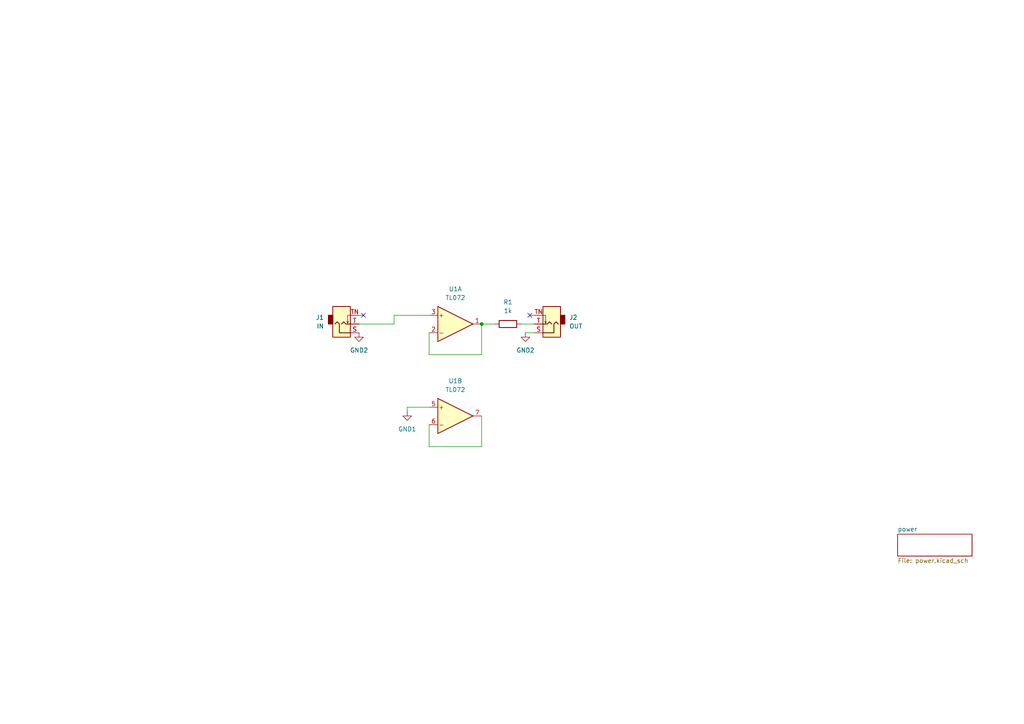
<source format=kicad_sch>
(kicad_sch (version 20231120) (generator "eeschema") (generator_version "8.0")
  (paper "A4")
  (title_block (title "NAMEME") (company "KitsBlips") (comment 1 "DESCRIBEME"))
  (lib_symbols
    (symbol "Connector_Audio:AudioJack2_SwitchT"
      (property "Reference" "J" (at 0 8.89 0))
      (property "Value" "AudioJack2_SwitchT" (at 0 6.35 0))
      (symbol "AudioJack2_SwitchT_0_1"
        (rectangle (start -2.54 0) (end -3.81 -2.54) (stroke (width 0.254)) (fill (type outline)))
        (polyline (pts (xy 1.778 -0.254) (xy 2.032 -0.762)))
        (polyline (pts (xy 0 0) (xy 0.635 -0.635) (xy 1.27 0) (xy 2.54 0)) (stroke (width 0.254)))
        (polyline (pts (xy 2.54 -2.54) (xy 1.778 -2.54) (xy 1.778 -0.254) (xy 1.524 -0.762)))
        (polyline (pts (xy 2.54 2.54) (xy -0.635 2.54) (xy -0.635 0) (xy -1.27 -0.635) (xy -1.905 0)) (stroke (width 0.254)))
        (rectangle (start 2.54 3.81) (end -2.54 -5.08) (stroke (width 0.254)) (fill (type background)))
      )
      (symbol "AudioJack2_SwitchT_1_1"
        (pin passive line (at 5.08 2.54 180) (length 2.54) (name "~") (number "S"))
        (pin passive line (at 5.08 0 180) (length 2.54) (name "~") (number "T"))
        (pin passive line (at 5.08 -2.54 180) (length 2.54) (name "~") (number "TN"))
      )
    )
    (symbol "KitsBlips:R" (pin_numbers hide) (pin_names (offset 0))
      (property "Reference" "R" (at 2.032 0 90))
      (property "Value" "R" (at 0 0 90))
      (symbol "R_0_1"
        (rectangle (start -1.016 -2.54) (end 1.016 2.54) (stroke (width 0.254)))
      )
      (symbol "R_1_1"
        (pin passive line (at 0 3.81 270) (length 1.27) (name "~") (number "1"))
        (pin passive line (at 0 -3.81 90) (length 1.27) (name "~") (number "2"))
      )
    )
    (symbol "KitsBlips:TL072" (pin_names (offset 0.127))
      (property "Reference" "U" (at 0 5.08 0))
      (property "Value" "TL072" (at 0 -5.08 0))
      (symbol "TL072_1_1"
        (polyline (pts (xy -5.08 5.08) (xy 5.08 0) (xy -5.08 -5.08) (xy -5.08 5.08)) (stroke (width 0.254)) (fill (type background)))
        (pin output line (at 7.62 0 180) (length 2.54) (name "~") (number "1"))
        (pin input line (at -7.62 -2.54 0) (length 2.54) (name "-") (number "2"))
        (pin input line (at -7.62 2.54 0) (length 2.54) (name "+") (number "3"))
      )
      (symbol "TL072_2_1"
        (polyline (pts (xy -5.08 5.08) (xy 5.08 0) (xy -5.08 -5.08) (xy -5.08 5.08)) (stroke (width 0.254)) (fill (type background)))
        (pin input line (at -7.62 2.54 0) (length 2.54) (name "+") (number "5"))
        (pin input line (at -7.62 -2.54 0) (length 2.54) (name "-") (number "6"))
        (pin output line (at 7.62 0 180) (length 2.54) (name "~") (number "7"))
      )
      (symbol "TL072_3_1"
        (pin power_in line (at -2.54 -7.62 90) (length 3.81) (name "V-") (number "4"))
        (pin power_in line (at -2.54 7.62 270) (length 3.81) (name "V+") (number "8"))
      )
    )
    (symbol "power:GND1" (power) (pin_numbers hide) (pin_names (offset 0) hide)
      (property "Value" "GND1" (at 0 -3.81 0))
      (symbol "GND1_0_1"
        (polyline (pts (xy 0 0) (xy 0 -1.27) (xy 1.27 -1.27) (xy 0 -2.54) (xy -1.27 -1.27) (xy 0 -1.27)))
      )
      (symbol "GND1_1_1"
        (pin power_in line (at 0 0 270) (length 0) (name "~") (number "1"))
      )
    )
    (symbol "power:GND2" (power) (pin_numbers hide) (pin_names (offset 0) hide)
      (property "Value" "GND2" (at 0 -3.81 0))
      (symbol "GND2_0_1"
        (polyline (pts (xy 0 0) (xy 0 -1.27) (xy 1.27 -1.27) (xy 0 -2.54) (xy -1.27 -1.27) (xy 0 -1.27)))
      )
      (symbol "GND2_1_1"
        (pin power_in line (at 0 0 270) (length 0) (name "~") (number "1"))
      )
    )
  )
  (junction (at 139.7 93.98))
  (no_connect (at 105.41 91.44))
  (no_connect (at 153.67 91.44))
  (wire (pts (xy 124.46 96.52) (xy 124.46 102.87)))
  (wire (pts (xy 153.67 91.44) (xy 154.94 91.44)))
  (wire (pts (xy 139.7 93.98) (xy 143.51 93.98)))
  (wire (pts (xy 114.3 93.98) (xy 114.3 91.44)))
  (wire (pts (xy 118.11 118.11) (xy 118.11 119.38)))
  (wire (pts (xy 105.41 91.44) (xy 104.14 91.44)))
  (wire (pts (xy 124.46 102.87) (xy 139.7 102.87)))
  (wire (pts (xy 124.46 123.19) (xy 124.46 129.54)))
  (wire (pts (xy 124.46 129.54) (xy 139.7 129.54)))
  (wire (pts (xy 124.46 118.11) (xy 118.11 118.11)))
  (wire (pts (xy 104.14 93.98) (xy 114.3 93.98)))
  (wire (pts (xy 139.7 102.87) (xy 139.7 93.98)))
  (wire (pts (xy 154.94 96.52) (xy 152.4 96.52)))
  (wire (pts (xy 151.13 93.98) (xy 154.94 93.98)))
  (wire (pts (xy 114.3 91.44) (xy 124.46 91.44)))
  (wire (pts (xy 139.7 129.54) (xy 139.7 120.65)))
  (symbol (lib_id "KitsBlips:R") (at 147.32 93.98 90) (unit 1)
    (property "Reference" "R1" (at 147.32 87.63 90))
    (property "Value" "1k" (at 147.32 90.17 90))
    (property "Footprint" "Resistor_THT:R_Axial_DIN0207_L6.3mm_D2.5mm_P7.62mm_Horizontal" (effects (hide yes)))
    (property "Description" "Resistor" (effects (hide yes)))
  )
  (symbol (lib_id "Connector_Audio:AudioJack2_SwitchT") (at 160.02 93.98 180) (unit 1)
    (property "Reference" "J2" (at 165.1 92.0749 0) (effects (justify right)))
    (property "Value" "OUT" (at 165.1 94.6149 0) (effects (justify right)))
    (property "Footprint" "KitsBlips:Jack_3.5mm_QingPu_WQP-PJ398SM_Vertical_CircularHoles" (effects (hide yes)))
    (property "Description" "Audio Jack, 2 Poles (Mono / TS), Switched T Pole (Normalling)" (effects (hide yes)))
  )
  (symbol (lib_id "power:GND2") (at 104.14 96.52 0) (unit 1)
    (property "Reference" "#PWR01" (effects (hide yes)))
    (property "Value" "GND2" (at 104.14 101.6 0))
    (property "Description" "Power symbol creates a global label with name \"GND2\" , ground" (effects (hide yes)))
  )
  (symbol (lib_id "Connector_Audio:AudioJack2_SwitchT") (at 99.06 93.98 0) (mirror x) (unit 1)
    (property "Reference" "J1" (at 93.98 92.0749 0) (effects (justify right)))
    (property "Value" "IN" (at 93.98 94.6149 0) (effects (justify right)))
    (property "Footprint" "KitsBlips:Jack_3.5mm_QingPu_WQP-PJ398SM_Vertical_CircularHoles" (effects (hide yes)))
    (property "Description" "Audio Jack, 2 Poles (Mono / TS), Switched T Pole (Normalling)" (effects (hide yes)))
  )
  (symbol (lib_id "power:GND2") (at 152.4 96.52 0) (unit 1)
    (property "Reference" "#PWR03" (effects (hide yes)))
    (property "Value" "GND2" (at 152.4 101.6 0))
    (property "Description" "Power symbol creates a global label with name \"GND2\" , ground" (effects (hide yes)))
  )
  (symbol (lib_id "KitsBlips:TL072") (at 132.08 120.65 0) (unit 2)
    (property "Reference" "U1" (at 132.08 110.49 0))
    (property "Value" "TL072" (at 132.08 113.03 0))
    (property "Footprint" "Package_DIP:DIP-8_W7.62mm_LongPads" (effects (hide yes)))
    (property "Datasheet" "http://www.ti.com/lit/ds/symlink/tl071.pdf" (effects (hide yes)))
    (property "Description" "Dual Low-Noise JFET-Input Operational Amplifiers, DIP-8/SOIC-8" (effects (hide yes)))
  )
  (symbol (lib_id "power:GND1") (at 118.11 119.38 0) (unit 1)
    (property "Reference" "#PWR02" (effects (hide yes)))
    (property "Value" "GND1" (at 118.11 124.46 0))
    (property "Description" "Power symbol creates a global label with name \"GND1\" , ground" (effects (hide yes)))
  )
  (symbol (lib_id "KitsBlips:TL072") (at 132.08 93.98 0) (unit 1)
    (property "Reference" "U1" (at 132.08 83.82 0))
    (property "Value" "TL072" (at 132.08 86.36 0))
    (property "Footprint" "Package_DIP:DIP-8_W7.62mm_LongPads" (effects (hide yes)))
    (property "Datasheet" "http://www.ti.com/lit/ds/symlink/tl071.pdf" (effects (hide yes)))
    (property "Description" "Dual Low-Noise JFET-Input Operational Amplifiers, DIP-8/SOIC-8" (effects (hide yes)))
  )
  (sheet (at 260.35 154.94) (size 21.59 6.35) (stroke (width 0.1524))
    (property "Sheetname" "power" (at 260.35 154.2284 0) (effects (justify left bottom)))
    (property "Sheetfile" "power.kicad_sch" (at 260.35 161.8746 0) (effects (justify left top)))
  )
)
</source>
